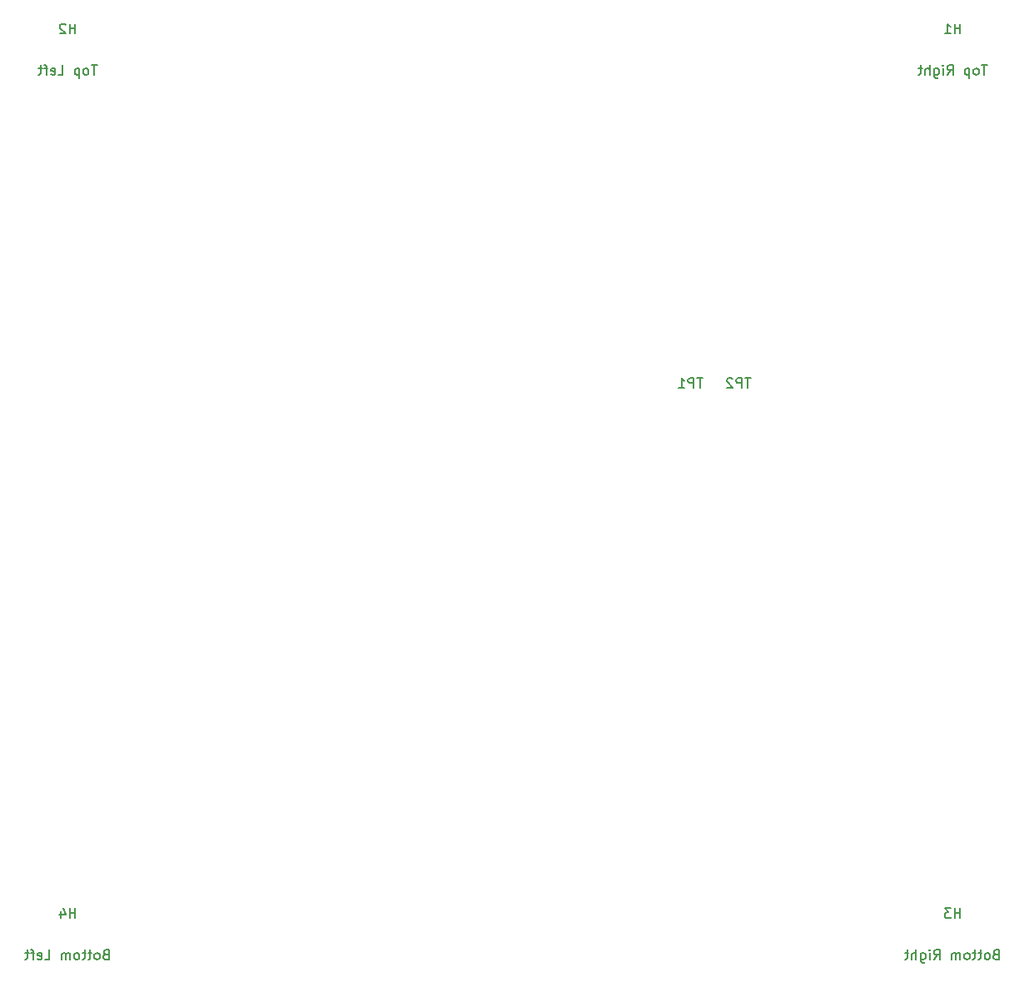
<source format=gbr>
%TF.GenerationSoftware,KiCad,Pcbnew,8.0.3*%
%TF.CreationDate,2024-07-01T01:23:48-06:00*%
%TF.ProjectId,dc32,64633332-2e6b-4696-9361-645f70636258,1.0*%
%TF.SameCoordinates,PX7bb10a0PY836a940*%
%TF.FileFunction,AssemblyDrawing,Bot*%
%FSLAX46Y46*%
G04 Gerber Fmt 4.6, Leading zero omitted, Abs format (unit mm)*
G04 Created by KiCad (PCBNEW 8.0.3) date 2024-07-01 01:23:48*
%MOMM*%
%LPD*%
G01*
G04 APERTURE LIST*
%ADD10C,0.150000*%
G04 APERTURE END LIST*
D10*
X69561904Y59495181D02*
X68990476Y59495181D01*
X69276190Y58495181D02*
X69276190Y59495181D01*
X68657142Y58495181D02*
X68657142Y59495181D01*
X68657142Y59495181D02*
X68276190Y59495181D01*
X68276190Y59495181D02*
X68180952Y59447562D01*
X68180952Y59447562D02*
X68133333Y59399943D01*
X68133333Y59399943D02*
X68085714Y59304705D01*
X68085714Y59304705D02*
X68085714Y59161848D01*
X68085714Y59161848D02*
X68133333Y59066610D01*
X68133333Y59066610D02*
X68180952Y59018991D01*
X68180952Y59018991D02*
X68276190Y58971372D01*
X68276190Y58971372D02*
X68657142Y58971372D01*
X67133333Y58495181D02*
X67704761Y58495181D01*
X67419047Y58495181D02*
X67419047Y59495181D01*
X67419047Y59495181D02*
X67514285Y59352324D01*
X67514285Y59352324D02*
X67609523Y59257086D01*
X67609523Y59257086D02*
X67704761Y59209467D01*
X8857143Y868991D02*
X8714286Y821372D01*
X8714286Y821372D02*
X8666667Y773753D01*
X8666667Y773753D02*
X8619048Y678515D01*
X8619048Y678515D02*
X8619048Y535658D01*
X8619048Y535658D02*
X8666667Y440420D01*
X8666667Y440420D02*
X8714286Y392800D01*
X8714286Y392800D02*
X8809524Y345181D01*
X8809524Y345181D02*
X9190476Y345181D01*
X9190476Y345181D02*
X9190476Y1345181D01*
X9190476Y1345181D02*
X8857143Y1345181D01*
X8857143Y1345181D02*
X8761905Y1297562D01*
X8761905Y1297562D02*
X8714286Y1249943D01*
X8714286Y1249943D02*
X8666667Y1154705D01*
X8666667Y1154705D02*
X8666667Y1059467D01*
X8666667Y1059467D02*
X8714286Y964229D01*
X8714286Y964229D02*
X8761905Y916610D01*
X8761905Y916610D02*
X8857143Y868991D01*
X8857143Y868991D02*
X9190476Y868991D01*
X8047619Y345181D02*
X8142857Y392800D01*
X8142857Y392800D02*
X8190476Y440420D01*
X8190476Y440420D02*
X8238095Y535658D01*
X8238095Y535658D02*
X8238095Y821372D01*
X8238095Y821372D02*
X8190476Y916610D01*
X8190476Y916610D02*
X8142857Y964229D01*
X8142857Y964229D02*
X8047619Y1011848D01*
X8047619Y1011848D02*
X7904762Y1011848D01*
X7904762Y1011848D02*
X7809524Y964229D01*
X7809524Y964229D02*
X7761905Y916610D01*
X7761905Y916610D02*
X7714286Y821372D01*
X7714286Y821372D02*
X7714286Y535658D01*
X7714286Y535658D02*
X7761905Y440420D01*
X7761905Y440420D02*
X7809524Y392800D01*
X7809524Y392800D02*
X7904762Y345181D01*
X7904762Y345181D02*
X8047619Y345181D01*
X7428571Y1011848D02*
X7047619Y1011848D01*
X7285714Y1345181D02*
X7285714Y488039D01*
X7285714Y488039D02*
X7238095Y392800D01*
X7238095Y392800D02*
X7142857Y345181D01*
X7142857Y345181D02*
X7047619Y345181D01*
X6857142Y1011848D02*
X6476190Y1011848D01*
X6714285Y1345181D02*
X6714285Y488039D01*
X6714285Y488039D02*
X6666666Y392800D01*
X6666666Y392800D02*
X6571428Y345181D01*
X6571428Y345181D02*
X6476190Y345181D01*
X5999999Y345181D02*
X6095237Y392800D01*
X6095237Y392800D02*
X6142856Y440420D01*
X6142856Y440420D02*
X6190475Y535658D01*
X6190475Y535658D02*
X6190475Y821372D01*
X6190475Y821372D02*
X6142856Y916610D01*
X6142856Y916610D02*
X6095237Y964229D01*
X6095237Y964229D02*
X5999999Y1011848D01*
X5999999Y1011848D02*
X5857142Y1011848D01*
X5857142Y1011848D02*
X5761904Y964229D01*
X5761904Y964229D02*
X5714285Y916610D01*
X5714285Y916610D02*
X5666666Y821372D01*
X5666666Y821372D02*
X5666666Y535658D01*
X5666666Y535658D02*
X5714285Y440420D01*
X5714285Y440420D02*
X5761904Y392800D01*
X5761904Y392800D02*
X5857142Y345181D01*
X5857142Y345181D02*
X5999999Y345181D01*
X5238094Y345181D02*
X5238094Y1011848D01*
X5238094Y916610D02*
X5190475Y964229D01*
X5190475Y964229D02*
X5095237Y1011848D01*
X5095237Y1011848D02*
X4952380Y1011848D01*
X4952380Y1011848D02*
X4857142Y964229D01*
X4857142Y964229D02*
X4809523Y868991D01*
X4809523Y868991D02*
X4809523Y345181D01*
X4809523Y868991D02*
X4761904Y964229D01*
X4761904Y964229D02*
X4666666Y1011848D01*
X4666666Y1011848D02*
X4523809Y1011848D01*
X4523809Y1011848D02*
X4428570Y964229D01*
X4428570Y964229D02*
X4380951Y868991D01*
X4380951Y868991D02*
X4380951Y345181D01*
X2666666Y345181D02*
X3142856Y345181D01*
X3142856Y345181D02*
X3142856Y1345181D01*
X1952380Y392800D02*
X2047618Y345181D01*
X2047618Y345181D02*
X2238094Y345181D01*
X2238094Y345181D02*
X2333332Y392800D01*
X2333332Y392800D02*
X2380951Y488039D01*
X2380951Y488039D02*
X2380951Y868991D01*
X2380951Y868991D02*
X2333332Y964229D01*
X2333332Y964229D02*
X2238094Y1011848D01*
X2238094Y1011848D02*
X2047618Y1011848D01*
X2047618Y1011848D02*
X1952380Y964229D01*
X1952380Y964229D02*
X1904761Y868991D01*
X1904761Y868991D02*
X1904761Y773753D01*
X1904761Y773753D02*
X2380951Y678515D01*
X1619046Y1011848D02*
X1238094Y1011848D01*
X1476189Y345181D02*
X1476189Y1202324D01*
X1476189Y1202324D02*
X1428570Y1297562D01*
X1428570Y1297562D02*
X1333332Y1345181D01*
X1333332Y1345181D02*
X1238094Y1345181D01*
X1047617Y1011848D02*
X666665Y1011848D01*
X904760Y1345181D02*
X904760Y488039D01*
X904760Y488039D02*
X857141Y392800D01*
X857141Y392800D02*
X761903Y345181D01*
X761903Y345181D02*
X666665Y345181D01*
X5761904Y4545181D02*
X5761904Y5545181D01*
X5761904Y5068991D02*
X5190476Y5068991D01*
X5190476Y4545181D02*
X5190476Y5545181D01*
X4285714Y5211848D02*
X4285714Y4545181D01*
X4523809Y5592800D02*
X4761904Y4878515D01*
X4761904Y4878515D02*
X4142857Y4878515D01*
X98499999Y91345181D02*
X97928571Y91345181D01*
X98214285Y90345181D02*
X98214285Y91345181D01*
X97452380Y90345181D02*
X97547618Y90392800D01*
X97547618Y90392800D02*
X97595237Y90440420D01*
X97595237Y90440420D02*
X97642856Y90535658D01*
X97642856Y90535658D02*
X97642856Y90821372D01*
X97642856Y90821372D02*
X97595237Y90916610D01*
X97595237Y90916610D02*
X97547618Y90964229D01*
X97547618Y90964229D02*
X97452380Y91011848D01*
X97452380Y91011848D02*
X97309523Y91011848D01*
X97309523Y91011848D02*
X97214285Y90964229D01*
X97214285Y90964229D02*
X97166666Y90916610D01*
X97166666Y90916610D02*
X97119047Y90821372D01*
X97119047Y90821372D02*
X97119047Y90535658D01*
X97119047Y90535658D02*
X97166666Y90440420D01*
X97166666Y90440420D02*
X97214285Y90392800D01*
X97214285Y90392800D02*
X97309523Y90345181D01*
X97309523Y90345181D02*
X97452380Y90345181D01*
X96690475Y91011848D02*
X96690475Y90011848D01*
X96690475Y90964229D02*
X96595237Y91011848D01*
X96595237Y91011848D02*
X96404761Y91011848D01*
X96404761Y91011848D02*
X96309523Y90964229D01*
X96309523Y90964229D02*
X96261904Y90916610D01*
X96261904Y90916610D02*
X96214285Y90821372D01*
X96214285Y90821372D02*
X96214285Y90535658D01*
X96214285Y90535658D02*
X96261904Y90440420D01*
X96261904Y90440420D02*
X96309523Y90392800D01*
X96309523Y90392800D02*
X96404761Y90345181D01*
X96404761Y90345181D02*
X96595237Y90345181D01*
X96595237Y90345181D02*
X96690475Y90392800D01*
X94452380Y90345181D02*
X94785713Y90821372D01*
X95023808Y90345181D02*
X95023808Y91345181D01*
X95023808Y91345181D02*
X94642856Y91345181D01*
X94642856Y91345181D02*
X94547618Y91297562D01*
X94547618Y91297562D02*
X94499999Y91249943D01*
X94499999Y91249943D02*
X94452380Y91154705D01*
X94452380Y91154705D02*
X94452380Y91011848D01*
X94452380Y91011848D02*
X94499999Y90916610D01*
X94499999Y90916610D02*
X94547618Y90868991D01*
X94547618Y90868991D02*
X94642856Y90821372D01*
X94642856Y90821372D02*
X95023808Y90821372D01*
X94023808Y90345181D02*
X94023808Y91011848D01*
X94023808Y91345181D02*
X94071427Y91297562D01*
X94071427Y91297562D02*
X94023808Y91249943D01*
X94023808Y91249943D02*
X93976189Y91297562D01*
X93976189Y91297562D02*
X94023808Y91345181D01*
X94023808Y91345181D02*
X94023808Y91249943D01*
X93119047Y91011848D02*
X93119047Y90202324D01*
X93119047Y90202324D02*
X93166666Y90107086D01*
X93166666Y90107086D02*
X93214285Y90059467D01*
X93214285Y90059467D02*
X93309523Y90011848D01*
X93309523Y90011848D02*
X93452380Y90011848D01*
X93452380Y90011848D02*
X93547618Y90059467D01*
X93119047Y90392800D02*
X93214285Y90345181D01*
X93214285Y90345181D02*
X93404761Y90345181D01*
X93404761Y90345181D02*
X93499999Y90392800D01*
X93499999Y90392800D02*
X93547618Y90440420D01*
X93547618Y90440420D02*
X93595237Y90535658D01*
X93595237Y90535658D02*
X93595237Y90821372D01*
X93595237Y90821372D02*
X93547618Y90916610D01*
X93547618Y90916610D02*
X93499999Y90964229D01*
X93499999Y90964229D02*
X93404761Y91011848D01*
X93404761Y91011848D02*
X93214285Y91011848D01*
X93214285Y91011848D02*
X93119047Y90964229D01*
X92642856Y90345181D02*
X92642856Y91345181D01*
X92214285Y90345181D02*
X92214285Y90868991D01*
X92214285Y90868991D02*
X92261904Y90964229D01*
X92261904Y90964229D02*
X92357142Y91011848D01*
X92357142Y91011848D02*
X92499999Y91011848D01*
X92499999Y91011848D02*
X92595237Y90964229D01*
X92595237Y90964229D02*
X92642856Y90916610D01*
X91880951Y91011848D02*
X91499999Y91011848D01*
X91738094Y91345181D02*
X91738094Y90488039D01*
X91738094Y90488039D02*
X91690475Y90392800D01*
X91690475Y90392800D02*
X91595237Y90345181D01*
X91595237Y90345181D02*
X91499999Y90345181D01*
X95761904Y94545181D02*
X95761904Y95545181D01*
X95761904Y95068991D02*
X95190476Y95068991D01*
X95190476Y94545181D02*
X95190476Y95545181D01*
X94190476Y94545181D02*
X94761904Y94545181D01*
X94476190Y94545181D02*
X94476190Y95545181D01*
X94476190Y95545181D02*
X94571428Y95402324D01*
X94571428Y95402324D02*
X94666666Y95307086D01*
X94666666Y95307086D02*
X94761904Y95259467D01*
X99380952Y868991D02*
X99238095Y821372D01*
X99238095Y821372D02*
X99190476Y773753D01*
X99190476Y773753D02*
X99142857Y678515D01*
X99142857Y678515D02*
X99142857Y535658D01*
X99142857Y535658D02*
X99190476Y440420D01*
X99190476Y440420D02*
X99238095Y392800D01*
X99238095Y392800D02*
X99333333Y345181D01*
X99333333Y345181D02*
X99714285Y345181D01*
X99714285Y345181D02*
X99714285Y1345181D01*
X99714285Y1345181D02*
X99380952Y1345181D01*
X99380952Y1345181D02*
X99285714Y1297562D01*
X99285714Y1297562D02*
X99238095Y1249943D01*
X99238095Y1249943D02*
X99190476Y1154705D01*
X99190476Y1154705D02*
X99190476Y1059467D01*
X99190476Y1059467D02*
X99238095Y964229D01*
X99238095Y964229D02*
X99285714Y916610D01*
X99285714Y916610D02*
X99380952Y868991D01*
X99380952Y868991D02*
X99714285Y868991D01*
X98571428Y345181D02*
X98666666Y392800D01*
X98666666Y392800D02*
X98714285Y440420D01*
X98714285Y440420D02*
X98761904Y535658D01*
X98761904Y535658D02*
X98761904Y821372D01*
X98761904Y821372D02*
X98714285Y916610D01*
X98714285Y916610D02*
X98666666Y964229D01*
X98666666Y964229D02*
X98571428Y1011848D01*
X98571428Y1011848D02*
X98428571Y1011848D01*
X98428571Y1011848D02*
X98333333Y964229D01*
X98333333Y964229D02*
X98285714Y916610D01*
X98285714Y916610D02*
X98238095Y821372D01*
X98238095Y821372D02*
X98238095Y535658D01*
X98238095Y535658D02*
X98285714Y440420D01*
X98285714Y440420D02*
X98333333Y392800D01*
X98333333Y392800D02*
X98428571Y345181D01*
X98428571Y345181D02*
X98571428Y345181D01*
X97952380Y1011848D02*
X97571428Y1011848D01*
X97809523Y1345181D02*
X97809523Y488039D01*
X97809523Y488039D02*
X97761904Y392800D01*
X97761904Y392800D02*
X97666666Y345181D01*
X97666666Y345181D02*
X97571428Y345181D01*
X97380951Y1011848D02*
X96999999Y1011848D01*
X97238094Y1345181D02*
X97238094Y488039D01*
X97238094Y488039D02*
X97190475Y392800D01*
X97190475Y392800D02*
X97095237Y345181D01*
X97095237Y345181D02*
X96999999Y345181D01*
X96523808Y345181D02*
X96619046Y392800D01*
X96619046Y392800D02*
X96666665Y440420D01*
X96666665Y440420D02*
X96714284Y535658D01*
X96714284Y535658D02*
X96714284Y821372D01*
X96714284Y821372D02*
X96666665Y916610D01*
X96666665Y916610D02*
X96619046Y964229D01*
X96619046Y964229D02*
X96523808Y1011848D01*
X96523808Y1011848D02*
X96380951Y1011848D01*
X96380951Y1011848D02*
X96285713Y964229D01*
X96285713Y964229D02*
X96238094Y916610D01*
X96238094Y916610D02*
X96190475Y821372D01*
X96190475Y821372D02*
X96190475Y535658D01*
X96190475Y535658D02*
X96238094Y440420D01*
X96238094Y440420D02*
X96285713Y392800D01*
X96285713Y392800D02*
X96380951Y345181D01*
X96380951Y345181D02*
X96523808Y345181D01*
X95761903Y345181D02*
X95761903Y1011848D01*
X95761903Y916610D02*
X95714284Y964229D01*
X95714284Y964229D02*
X95619046Y1011848D01*
X95619046Y1011848D02*
X95476189Y1011848D01*
X95476189Y1011848D02*
X95380951Y964229D01*
X95380951Y964229D02*
X95333332Y868991D01*
X95333332Y868991D02*
X95333332Y345181D01*
X95333332Y868991D02*
X95285713Y964229D01*
X95285713Y964229D02*
X95190475Y1011848D01*
X95190475Y1011848D02*
X95047618Y1011848D01*
X95047618Y1011848D02*
X94952379Y964229D01*
X94952379Y964229D02*
X94904760Y868991D01*
X94904760Y868991D02*
X94904760Y345181D01*
X93095237Y345181D02*
X93428570Y821372D01*
X93666665Y345181D02*
X93666665Y1345181D01*
X93666665Y1345181D02*
X93285713Y1345181D01*
X93285713Y1345181D02*
X93190475Y1297562D01*
X93190475Y1297562D02*
X93142856Y1249943D01*
X93142856Y1249943D02*
X93095237Y1154705D01*
X93095237Y1154705D02*
X93095237Y1011848D01*
X93095237Y1011848D02*
X93142856Y916610D01*
X93142856Y916610D02*
X93190475Y868991D01*
X93190475Y868991D02*
X93285713Y821372D01*
X93285713Y821372D02*
X93666665Y821372D01*
X92666665Y345181D02*
X92666665Y1011848D01*
X92666665Y1345181D02*
X92714284Y1297562D01*
X92714284Y1297562D02*
X92666665Y1249943D01*
X92666665Y1249943D02*
X92619046Y1297562D01*
X92619046Y1297562D02*
X92666665Y1345181D01*
X92666665Y1345181D02*
X92666665Y1249943D01*
X91761904Y1011848D02*
X91761904Y202324D01*
X91761904Y202324D02*
X91809523Y107086D01*
X91809523Y107086D02*
X91857142Y59467D01*
X91857142Y59467D02*
X91952380Y11848D01*
X91952380Y11848D02*
X92095237Y11848D01*
X92095237Y11848D02*
X92190475Y59467D01*
X91761904Y392800D02*
X91857142Y345181D01*
X91857142Y345181D02*
X92047618Y345181D01*
X92047618Y345181D02*
X92142856Y392800D01*
X92142856Y392800D02*
X92190475Y440420D01*
X92190475Y440420D02*
X92238094Y535658D01*
X92238094Y535658D02*
X92238094Y821372D01*
X92238094Y821372D02*
X92190475Y916610D01*
X92190475Y916610D02*
X92142856Y964229D01*
X92142856Y964229D02*
X92047618Y1011848D01*
X92047618Y1011848D02*
X91857142Y1011848D01*
X91857142Y1011848D02*
X91761904Y964229D01*
X91285713Y345181D02*
X91285713Y1345181D01*
X90857142Y345181D02*
X90857142Y868991D01*
X90857142Y868991D02*
X90904761Y964229D01*
X90904761Y964229D02*
X90999999Y1011848D01*
X90999999Y1011848D02*
X91142856Y1011848D01*
X91142856Y1011848D02*
X91238094Y964229D01*
X91238094Y964229D02*
X91285713Y916610D01*
X90523808Y1011848D02*
X90142856Y1011848D01*
X90380951Y1345181D02*
X90380951Y488039D01*
X90380951Y488039D02*
X90333332Y392800D01*
X90333332Y392800D02*
X90238094Y345181D01*
X90238094Y345181D02*
X90142856Y345181D01*
X95761904Y4545181D02*
X95761904Y5545181D01*
X95761904Y5068991D02*
X95190476Y5068991D01*
X95190476Y4545181D02*
X95190476Y5545181D01*
X94809523Y5545181D02*
X94190476Y5545181D01*
X94190476Y5545181D02*
X94523809Y5164229D01*
X94523809Y5164229D02*
X94380952Y5164229D01*
X94380952Y5164229D02*
X94285714Y5116610D01*
X94285714Y5116610D02*
X94238095Y5068991D01*
X94238095Y5068991D02*
X94190476Y4973753D01*
X94190476Y4973753D02*
X94190476Y4735658D01*
X94190476Y4735658D02*
X94238095Y4640420D01*
X94238095Y4640420D02*
X94285714Y4592800D01*
X94285714Y4592800D02*
X94380952Y4545181D01*
X94380952Y4545181D02*
X94666666Y4545181D01*
X94666666Y4545181D02*
X94761904Y4592800D01*
X94761904Y4592800D02*
X94809523Y4640420D01*
X74461904Y59495181D02*
X73890476Y59495181D01*
X74176190Y58495181D02*
X74176190Y59495181D01*
X73557142Y58495181D02*
X73557142Y59495181D01*
X73557142Y59495181D02*
X73176190Y59495181D01*
X73176190Y59495181D02*
X73080952Y59447562D01*
X73080952Y59447562D02*
X73033333Y59399943D01*
X73033333Y59399943D02*
X72985714Y59304705D01*
X72985714Y59304705D02*
X72985714Y59161848D01*
X72985714Y59161848D02*
X73033333Y59066610D01*
X73033333Y59066610D02*
X73080952Y59018991D01*
X73080952Y59018991D02*
X73176190Y58971372D01*
X73176190Y58971372D02*
X73557142Y58971372D01*
X72604761Y59399943D02*
X72557142Y59447562D01*
X72557142Y59447562D02*
X72461904Y59495181D01*
X72461904Y59495181D02*
X72223809Y59495181D01*
X72223809Y59495181D02*
X72128571Y59447562D01*
X72128571Y59447562D02*
X72080952Y59399943D01*
X72080952Y59399943D02*
X72033333Y59304705D01*
X72033333Y59304705D02*
X72033333Y59209467D01*
X72033333Y59209467D02*
X72080952Y59066610D01*
X72080952Y59066610D02*
X72652380Y58495181D01*
X72652380Y58495181D02*
X72033333Y58495181D01*
X7976190Y91345181D02*
X7404762Y91345181D01*
X7690476Y90345181D02*
X7690476Y91345181D01*
X6928571Y90345181D02*
X7023809Y90392800D01*
X7023809Y90392800D02*
X7071428Y90440420D01*
X7071428Y90440420D02*
X7119047Y90535658D01*
X7119047Y90535658D02*
X7119047Y90821372D01*
X7119047Y90821372D02*
X7071428Y90916610D01*
X7071428Y90916610D02*
X7023809Y90964229D01*
X7023809Y90964229D02*
X6928571Y91011848D01*
X6928571Y91011848D02*
X6785714Y91011848D01*
X6785714Y91011848D02*
X6690476Y90964229D01*
X6690476Y90964229D02*
X6642857Y90916610D01*
X6642857Y90916610D02*
X6595238Y90821372D01*
X6595238Y90821372D02*
X6595238Y90535658D01*
X6595238Y90535658D02*
X6642857Y90440420D01*
X6642857Y90440420D02*
X6690476Y90392800D01*
X6690476Y90392800D02*
X6785714Y90345181D01*
X6785714Y90345181D02*
X6928571Y90345181D01*
X6166666Y91011848D02*
X6166666Y90011848D01*
X6166666Y90964229D02*
X6071428Y91011848D01*
X6071428Y91011848D02*
X5880952Y91011848D01*
X5880952Y91011848D02*
X5785714Y90964229D01*
X5785714Y90964229D02*
X5738095Y90916610D01*
X5738095Y90916610D02*
X5690476Y90821372D01*
X5690476Y90821372D02*
X5690476Y90535658D01*
X5690476Y90535658D02*
X5738095Y90440420D01*
X5738095Y90440420D02*
X5785714Y90392800D01*
X5785714Y90392800D02*
X5880952Y90345181D01*
X5880952Y90345181D02*
X6071428Y90345181D01*
X6071428Y90345181D02*
X6166666Y90392800D01*
X4023809Y90345181D02*
X4499999Y90345181D01*
X4499999Y90345181D02*
X4499999Y91345181D01*
X3309523Y90392800D02*
X3404761Y90345181D01*
X3404761Y90345181D02*
X3595237Y90345181D01*
X3595237Y90345181D02*
X3690475Y90392800D01*
X3690475Y90392800D02*
X3738094Y90488039D01*
X3738094Y90488039D02*
X3738094Y90868991D01*
X3738094Y90868991D02*
X3690475Y90964229D01*
X3690475Y90964229D02*
X3595237Y91011848D01*
X3595237Y91011848D02*
X3404761Y91011848D01*
X3404761Y91011848D02*
X3309523Y90964229D01*
X3309523Y90964229D02*
X3261904Y90868991D01*
X3261904Y90868991D02*
X3261904Y90773753D01*
X3261904Y90773753D02*
X3738094Y90678515D01*
X2976189Y91011848D02*
X2595237Y91011848D01*
X2833332Y90345181D02*
X2833332Y91202324D01*
X2833332Y91202324D02*
X2785713Y91297562D01*
X2785713Y91297562D02*
X2690475Y91345181D01*
X2690475Y91345181D02*
X2595237Y91345181D01*
X2404760Y91011848D02*
X2023808Y91011848D01*
X2261903Y91345181D02*
X2261903Y90488039D01*
X2261903Y90488039D02*
X2214284Y90392800D01*
X2214284Y90392800D02*
X2119046Y90345181D01*
X2119046Y90345181D02*
X2023808Y90345181D01*
X5761904Y94545181D02*
X5761904Y95545181D01*
X5761904Y95068991D02*
X5190476Y95068991D01*
X5190476Y94545181D02*
X5190476Y95545181D01*
X4761904Y95449943D02*
X4714285Y95497562D01*
X4714285Y95497562D02*
X4619047Y95545181D01*
X4619047Y95545181D02*
X4380952Y95545181D01*
X4380952Y95545181D02*
X4285714Y95497562D01*
X4285714Y95497562D02*
X4238095Y95449943D01*
X4238095Y95449943D02*
X4190476Y95354705D01*
X4190476Y95354705D02*
X4190476Y95259467D01*
X4190476Y95259467D02*
X4238095Y95116610D01*
X4238095Y95116610D02*
X4809523Y94545181D01*
X4809523Y94545181D02*
X4190476Y94545181D01*
M02*

</source>
